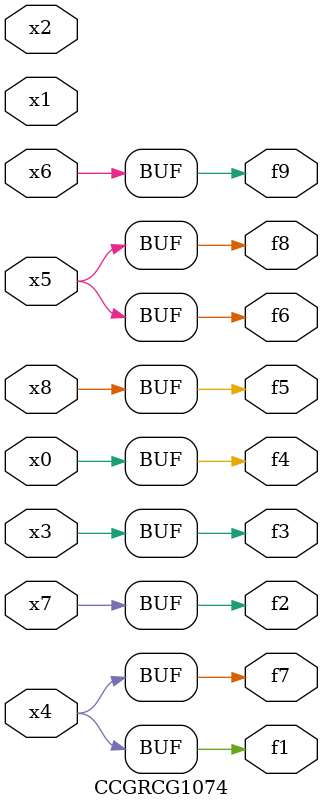
<source format=v>
module CCGRCG1074(
	input x0, x1, x2, x3, x4, x5, x6, x7, x8,
	output f1, f2, f3, f4, f5, f6, f7, f8, f9
);
	assign f1 = x4;
	assign f2 = x7;
	assign f3 = x3;
	assign f4 = x0;
	assign f5 = x8;
	assign f6 = x5;
	assign f7 = x4;
	assign f8 = x5;
	assign f9 = x6;
endmodule

</source>
